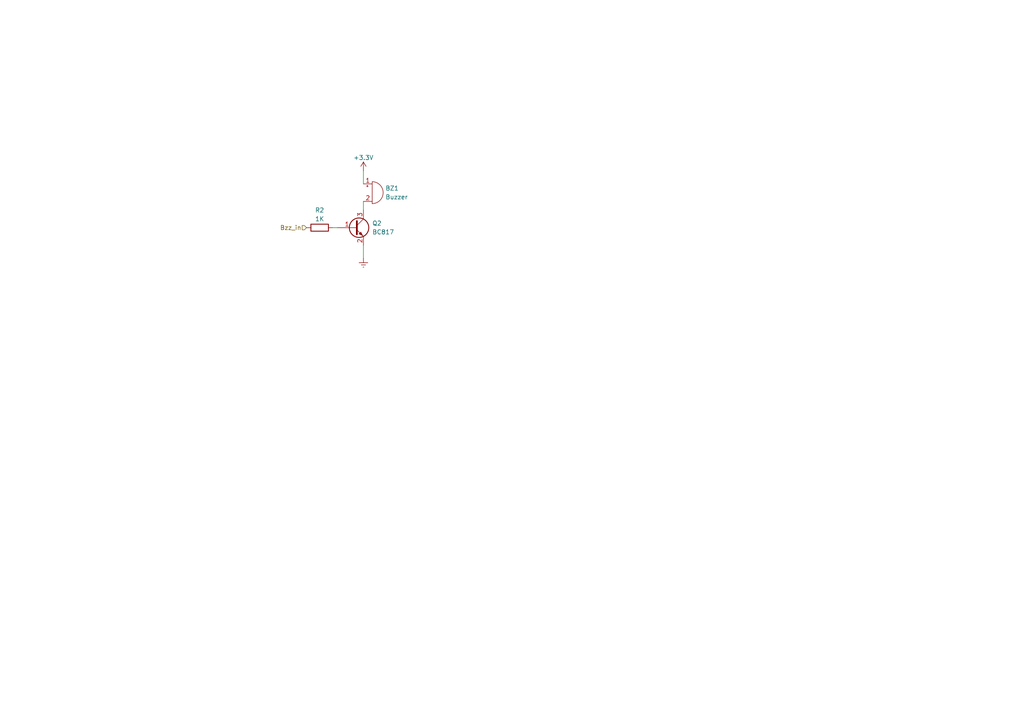
<source format=kicad_sch>
(kicad_sch (version 20230121) (generator eeschema)
  (paper "A4")
  (lib_symbols
    (symbol "Device:Buzzer" (pin_names (offset 0.0254) hide)
      (property "Reference" "BZ" (at 3.81 1.27 0))
      (property "Value" "Buzzer" (at 3.81 -1.27 0))
      (symbol "Buzzer_0_1"
        (arc (start 0 -3.175) (mid 3.1612 0) (end 0 3.175))
        (polyline (pts (xy -1.651 1.905) (xy -1.143 1.905)))
        (polyline (pts (xy -1.397 2.159) (xy -1.397 1.651)))
        (polyline (pts (xy 0 3.175) (xy 0 -3.175)))
      )
      (symbol "Buzzer_1_1"
        (pin passive line (at -2.54 2.54 0) (length 2.54) (name "-") (number "1"))
        (pin passive line (at -2.54 -2.54 0) (length 2.54) (name "+") (number "2"))
      )
    )
    (symbol "Device:R" (pin_numbers hide) (pin_names (offset 0))
      (property "Reference" "R" (at 2.032 0 90))
      (property "Value" "R" (at 0 0 90))
      (symbol "R_0_1"
        (rectangle (start -1.016 -2.54) (end 1.016 2.54) (stroke (width 0.254)))
      )
      (symbol "R_1_1"
        (pin passive line (at 0 3.81 270) (length 1.27) (name "~") (number "1"))
        (pin passive line (at 0 -3.81 90) (length 1.27) (name "~") (number "2"))
      )
    )
    (symbol "Transistor_BJT:BC817" (pin_names (offset 0) hide)
      (property "Reference" "Q" (at 5.08 1.905 0))
      (property "Value" "BC817" (at 5.08 0 0))
      (symbol "BC817_0_1"
        (polyline (pts (xy 0.635 0.635) (xy 2.54 2.54)))
        (polyline (pts (xy 0.635 -0.635) (xy 2.54 -2.54) (xy 2.54 -2.54)))
        (polyline (pts (xy 0.635 1.905) (xy 0.635 -1.905) (xy 0.635 -1.905)) (stroke (width 0.508)))
        (polyline (pts (xy 1.27 -1.778) (xy 1.778 -1.27) (xy 2.286 -2.286) (xy 1.27 -1.778) (xy 1.27 -1.778)) (fill (type outline)))
        (circle (center 1.27 0) (radius 2.8194) (stroke (width 0.254)))
      )
      (symbol "BC817_1_1"
        (pin input line (at -5.08 0 0) (length 5.715) (name "B") (number "1"))
        (pin passive line (at 2.54 -5.08 90) (length 2.54) (name "E") (number "2"))
        (pin passive line (at 2.54 5.08 270) (length 2.54) (name "C") (number "3"))
      )
    )
    (symbol "power:+3.3V" (power) (pin_names (offset 0))
      (property "Value" "+3.3V" (at 0 3.556 0))
      (symbol "+3.3V_0_1"
        (polyline (pts (xy -0.762 1.27) (xy 0 2.54)))
        (polyline (pts (xy 0 0) (xy 0 2.54)))
        (polyline (pts (xy 0 2.54) (xy 0.762 1.27)))
      )
      (symbol "+3.3V_1_1"
        (pin power_in line (at 0 0 90) (length 0) hide (name "+3.3V") (number "1"))
      )
    )
    (symbol "power:Earth" (power) (pin_names (offset 0))
      (symbol "Earth_0_1"
        (polyline (pts (xy -0.635 -1.905) (xy 0.635 -1.905)))
        (polyline (pts (xy -0.127 -2.54) (xy 0.127 -2.54)))
        (polyline (pts (xy 0 -1.27) (xy 0 0)))
        (polyline (pts (xy 1.27 -1.27) (xy -1.27 -1.27)))
      )
      (symbol "Earth_1_1"
        (pin power_in line (at 0 0 270) (length 0) hide (name "Earth") (number "1"))
      )
    )
  )
  (wire (pts (xy 105.41 58.42) (xy 105.41 60.96)))
  (wire (pts (xy 105.41 71.12) (xy 105.41 74.93)))
  (wire (pts (xy 96.52 66.04) (xy 97.79 66.04)))
  (wire (pts (xy 105.41 49.53) (xy 105.41 53.34)))
  (hierarchical_label "Bzz_in" (shape input) (at 88.9 66.04 180))
  (symbol (lib_id "power:+3.3V") (at 105.41 49.53 0) (unit 1)
    (property "Reference" "#PWR028" (effects hide))
    (property "Value" "+3.3V" (at 105.41 45.72 0))
  )
  (symbol (lib_id "power:Earth") (at 105.41 74.93 0) (unit 1)
    (property "Reference" "#PWR04" (effects hide))
    (property "Value" "Earth" (effects hide))
    (instances (project "KISS_V2" (path "" (reference "#PWR04") (unit 1))) (project "Proyecto kiss" (path "" (reference "#PWR09") (unit 1)) (path "" (reference "#PWR09") (unit 1))))
  )
  (symbol (lib_id "Device:Buzzer") (at 107.95 55.88 0) (unit 1)
    (property "Reference" "BZ1" (at 111.76 54.6099 0) (effects (justify left)))
    (property "Value" "Buzzer" (at 111.76 57.1499 0) (effects (justify left)))
    (property "Footprint" "Buzzer_Beeper:Buzzer_12x9.5RM7.6" (effects hide))
    (property "Datasheet" "https://www.mouser.com/datasheet/2/683/IE122303-1-358179.pdf" (effects hide))
    (property "Mouser Price/Stock" "https://www.mouser.com/ProductDetail/DB-Unlimited/IE122303-1?qs=t9M3m0YJX4Pshgw16sFkww%3D%3D" (effects hide))
    (property "Manufacturer_Part_Number" "IE122303-1" (effects hide))
  )
  (symbol (lib_id "Device:R") (at 92.71 66.04 90) (unit 1)
    (property "Reference" "R2" (at 92.71 60.96 90))
    (property "Value" "1K" (at 92.71 63.5 90))
    (property "Footprint" "Resistor_SMD:R_0603_1608Metric" (effects hide))
    (property "Datasheet" "https://www.mouser.com/datasheet/2/418/8/ENG_DS_1773200_N2-2297240.pdf" (effects hide))
    (property "Mouser Price/Stock" "https://www.mouser.com/ProductDetail/TE-Connectivity-Holsworthy/CPF0201B1K0E1?qs=sGAEpiMZZMtlubZbdhIBIJ2VesJ5mRFW1s9QtbH8KUc%3D" (effects hide))
    (property "Manufacturer_Part_Number" "CPF0201B1K0E1" (effects hide))
    (instances (project "KISS_V2" (path "" (reference "R2") (unit 1)) (path "" (reference "R6") (unit 1)) (path "" (reference "R3") (unit 1))) (project "Proyecto kiss" (path "" (reference "R21") (unit 1)) (path "" (reference "R21") (unit 1))))
  )
  (symbol (lib_id "Transistor_BJT:BC817") (at 102.87 66.04 0) (unit 1)
    (property "Reference" "Q2" (at 107.95 64.7699 0) (effects (justify left)))
    (property "Value" "BC817" (at 107.95 67.3099 0) (effects (justify left)))
    (property "Footprint" "Package_TO_SOT_SMD:SOT-23" (effects hide))
    (property "Datasheet" "https://www.mouser.com/datasheet/2/345/bc817-2449263.pdf" (effects hide))
    (property "Mouser Price/Stock" "https://www.mouser.com/ProductDetail/Rectron/BC817?qs=sGAEpiMZZMv4z0HnGdrLjpmIkAq6PyBQ7oNXGWBs7ys%3D" (effects hide))
    (property "Manufacturer_Part_Number" "BC817" (effects hide))
    (instances (project "KISS" (path "" (reference "Q2") (unit 1))) (project "KISS_V2" (path "" (reference "Q1") (unit 1))) (project "Proyecto kiss" (path "" (reference "Q2") (unit 1)) (path "" (reference "Q2") (unit 1))))
  )
)
</source>
